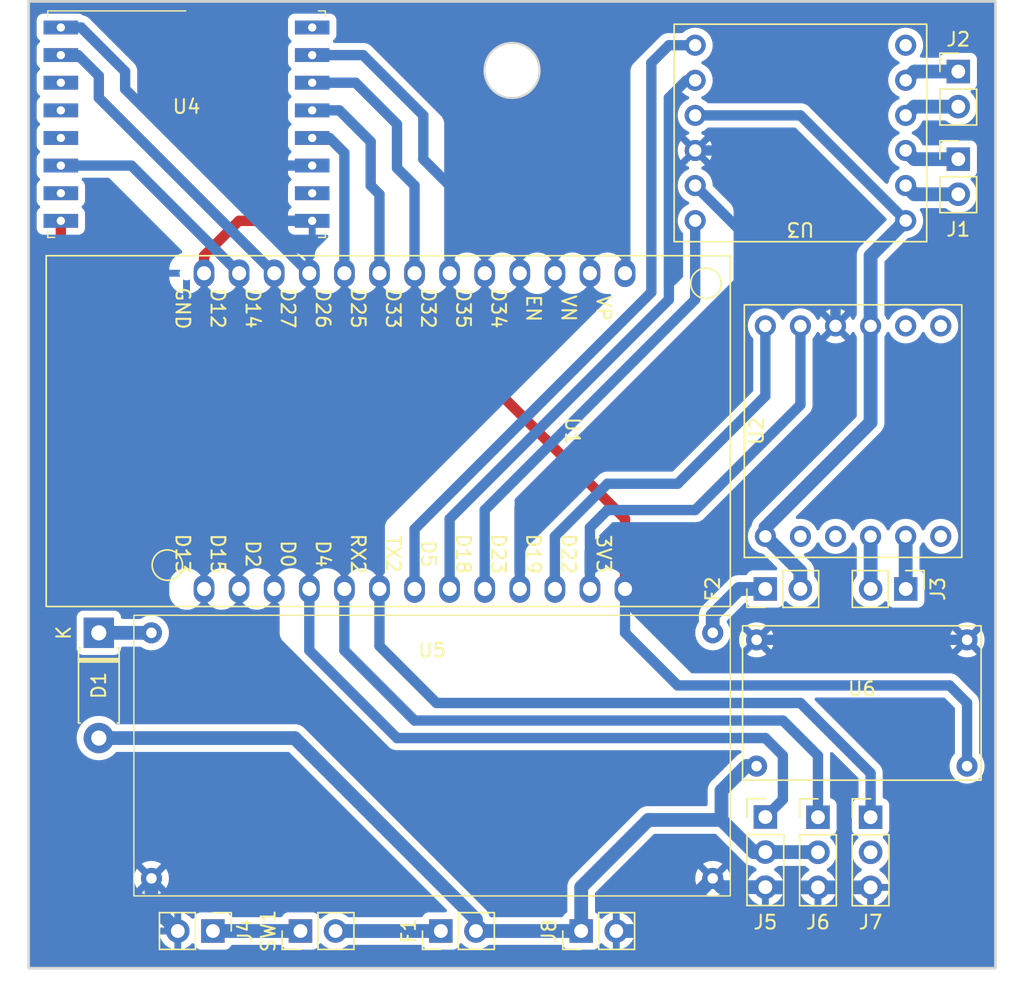
<source format=kicad_pcb>
(kicad_pcb (version 20221018) (generator pcbnew)
  (layers (0 "F.Cu" signal) (31 "B.Cu" signal) (34 "B.Paste" user) (35 "F.Paste" user) (36 "B.SilkS" user "B.Silkscreen") (37 "F.SilkS" user "F.Silkscreen") (38 "B.Mask" user) (39 "F.Mask" user) (44 "Edge.Cuts" user))
  (net 0 "")
  (net 1 "Net-(J1-Pin_1)")
  (net 2 "Net-(J1-Pin_2)")
  (net 3 "Net-(J2-Pin_1)")
  (net 4 "Net-(J2-Pin_2)")
  (net 5 "Net-(J3-Pin_1)")
  (net 6 "Net-(J3-Pin_2)")
  (net 7 "/SERVO 1")
  (net 8 "/+BATT SW")
  (net 9 "GND")
  (net 10 "/SERVO 2")
  (net 11 "/ESC")
  (net 12 "+BATT")
  (net 13 "+3V3")
  (net 14 "/M B1")
  (net 15 "/M B2")
  (net 16 "/M C1")
  (net 17 "/M C2")
  (net 18 "/NSS")
  (net 19 "/SCK")
  (net 20 "/MISO")
  (net 21 "/MOSI")
  (net 22 "/AUX")
  (net 23 "/INTER")
  (net 24 "/RESET")
  (net 25 "/M A1")
  (net 26 "/M A2")
  (net 28 "+12V")
  (net 30 "Net-(D1-K)")
  (net 31 "Net-(F1-Pad1)")
  (net 32 "Net-(U5-OUT)")
  (footprint "Connector_PinHeader_2.54mm:PinHeader_1x03_P2.54mm_Vertical" (layer "F.Cu") (at 181.61 136.525)
    (fp_text reference "J5" (at 0 7.62) (layer "F.SilkS"))
    (fp_text value "Servo")
    (fp_line (start -1.33 -1.33) (end 0 -1.33) (stroke (width 0.12)) (layer "F.SilkS"))
    (fp_line (start -1.33 0) (end -1.33 -1.33) (stroke (width 0.12)) (layer "F.SilkS"))
    (fp_line (start -1.33 1.27) (end -1.33 6.41) (stroke (width 0.12)) (layer "F.SilkS"))
    (fp_line (start -1.33 1.27) (end 1.33 1.27) (stroke (width 0.12)) (layer "F.SilkS"))
    (fp_line (start -1.33 6.41) (end 1.33 6.41) (stroke (width 0.12)) (layer "F.SilkS"))
    (fp_line (start 1.33 1.27) (end 1.33 6.41) (stroke (width 0.12)) (layer "F.SilkS"))
    (pad "1" thru_hole rect (at 0 0) (size 1.7 1.7) (drill 1) (layers "*.Cu" "*.Mask") (net 7 "/SERVO 1"))
    (pad "2" thru_hole oval (at 0 2.54) (size 1.7 1.7) (drill 1) (layers "*.Cu" "*.Mask") (net 8 "/+BATT SW"))
    (pad "3" thru_hole oval (at 0 5.08) (size 1.7 1.7) (drill 1) (layers "*.Cu" "*.Mask") (net 9 "GND"))
  )
  (footprint "Connector_PinHeader_2.54mm:PinHeader_1x02_P2.54mm_Vertical" (layer "F.Cu") (at 181.605 120.015 90)
    (fp_text reference "F2" (at 0 -3.805 90) (layer "F.SilkS"))
    (fp_text value "Fuse 15A")
    (fp_line (start -1.33 -1.33) (end 0 -1.33) (stroke (width 0.12)) (layer "F.SilkS"))
    (fp_line (start -1.33 0) (end -1.33 -1.33) (stroke (width 0.12)) (layer "F.SilkS"))
    (fp_line (start -1.33 1.27) (end -1.33 3.87) (stroke (width 0.12)) (layer "F.SilkS"))
    (fp_line (start -1.33 1.27) (end 1.33 1.27) (stroke (width 0.12)) (layer "F.SilkS"))
    (fp_line (start -1.33 3.87) (end 1.33 3.87) (stroke (width 0.12)) (layer "F.SilkS"))
    (fp_line (start 1.33 1.27) (end 1.33 3.87) (stroke (width 0.12)) (layer "F.SilkS"))
    (pad "1" thru_hole rect (at 0 0 90) (size 1.7 1.7) (drill 1) (layers "*.Cu" "*.Mask") (net 32 "Net-(U5-OUT)"))
    (pad "2" thru_hole oval (at 0 2.54 90) (size 1.7 1.7) (drill 1) (layers "*.Cu" "*.Mask") (net 28 "+12V"))
  )
  (footprint "Connector_PinHeader_2.54mm:PinHeader_1x03_P2.54mm_Vertical" (layer "F.Cu") (at 185.42 136.54)
    (fp_text reference "J6" (at 0 7.605) (layer "F.SilkS"))
    (fp_text value "Servo")
    (fp_line (start -1.33 -1.33) (end 0 -1.33) (stroke (width 0.12)) (layer "F.SilkS"))
    (fp_line (start -1.33 0) (end -1.33 -1.33) (stroke (width 0.12)) (layer "F.SilkS"))
    (fp_line (start -1.33 1.27) (end -1.33 6.41) (stroke (width 0.12)) (layer "F.SilkS"))
    (fp_line (start -1.33 1.27) (end 1.33 1.27) (stroke (width 0.12)) (layer "F.SilkS"))
    (fp_line (start -1.33 6.41) (end 1.33 6.41) (stroke (width 0.12)) (layer "F.SilkS"))
    (fp_line (start 1.33 1.27) (end 1.33 6.41) (stroke (width 0.12)) (layer "F.SilkS"))
    (pad "1" thru_hole rect (at 0 0) (size 1.7 1.7) (drill 1) (layers "*.Cu" "*.Mask") (net 10 "/SERVO 2"))
    (pad "2" thru_hole oval (at 0 2.54) (size 1.7 1.7) (drill 1) (layers "*.Cu" "*.Mask") (net 8 "/+BATT SW"))
    (pad "3" thru_hole oval (at 0 5.08) (size 1.7 1.7) (drill 1) (layers "*.Cu" "*.Mask") (net 9 "GND"))
  )
  (footprint "Diode_THT:D_DO-41_SOD81_P7.62mm_Horizontal" (layer "F.Cu") (at 133.35 123.19 -90)
    (fp_text reference "D1" (at 3.81 0 -90) (layer "F.SilkS"))
    (fp_text value "1N4007")
    (fp_text user "K" (at 0 2.54 -90) (layer "F.SilkS"))
    (fp_line (start 1.09 -1.47) (end 6.53 -1.47) (stroke (width 0.12)) (layer "F.SilkS"))
    (fp_line (start 1.09 -1.34) (end 1.09 -1.47) (stroke (width 0.12)) (layer "F.SilkS"))
    (fp_line (start 1.09 1.34) (end 1.09 1.47) (stroke (width 0.12)) (layer "F.SilkS"))
    (fp_line (start 1.09 1.47) (end 6.53 1.47) (stroke (width 0.12)) (layer "F.SilkS"))
    (fp_line (start 1.87 -1.47) (end 1.87 1.47) (stroke (width 0.12)) (layer "F.SilkS"))
    (fp_line (start 1.99 -1.47) (end 1.99 1.47) (stroke (width 0.12)) (layer "F.SilkS"))
    (fp_line (start 2.11 -1.47) (end 2.11 1.47) (stroke (width 0.12)) (layer "F.SilkS"))
    (fp_line (start 6.53 -1.47) (end 6.53 -1.34) (stroke (width 0.12)) (layer "F.SilkS"))
    (fp_line (start 6.53 1.47) (end 6.53 1.34) (stroke (width 0.12)) (layer "F.SilkS"))
    (pad "1" thru_hole rect (at 0 0 270) (size 2.2 2.2) (drill 1.1) (layers "*.Cu" "*.Mask") (net 30 "Net-(D1-K)"))
    (pad "2" thru_hole oval (at 7.62 0 270) (size 2.2 2.2) (drill 1.1) (layers "*.Cu" "*.Mask") (net 8 "/+BATT SW"))
  )
  (footprint "Connector_PinHeader_2.54mm:PinHeader_1x02_P2.54mm_Vertical" (layer "F.Cu") (at 147.95 144.78 90)
    (fp_text reference "SW1" (at 0 -2.33 90) (layer "F.SilkS"))
    (fp_text value "MAIN_CUTOFF")
    (fp_line (start -1.33 -1.33) (end 0 -1.33) (stroke (width 0.12)) (layer "F.SilkS"))
    (fp_line (start -1.33 0) (end -1.33 -1.33) (stroke (width 0.12)) (layer "F.SilkS"))
    (fp_line (start -1.33 1.27) (end -1.33 3.87) (stroke (width 0.12)) (layer "F.SilkS"))
    (fp_line (start -1.33 1.27) (end 1.33 1.27) (stroke (width 0.12)) (layer "F.SilkS"))
    (fp_line (start -1.33 3.87) (end 1.33 3.87) (stroke (width 0.12)) (layer "F.SilkS"))
    (fp_line (start 1.33 1.27) (end 1.33 3.87) (stroke (width 0.12)) (layer "F.SilkS"))
    (pad "1" thru_hole rect (at 0 0 90) (size 1.7 1.7) (drill 1) (layers "*.Cu" "*.Mask") (net 12 "+BATT"))
    (pad "2" thru_hole oval (at 0 2.54 90) (size 1.7 1.7) (drill 1) (layers "*.Cu" "*.Mask") (net 31 "Net-(F1-Pad1)"))
  )
  (footprint "Connector_PinHeader_2.54mm:PinHeader_1x02_P2.54mm_Vertical" (layer "F.Cu") (at 191.775 120.015 -90)
    (fp_text reference "J3" (at 0 -2.33 90) (layer "F.SilkS"))
    (fp_text value "Motor_C")
    (fp_line (start -1.33 -1.33) (end 0 -1.33) (stroke (width 0.12)) (layer "F.SilkS"))
    (fp_line (start -1.33 0) (end -1.33 -1.33) (stroke (width 0.12)) (layer "F.SilkS"))
    (fp_line (start -1.33 1.27) (end -1.33 3.87) (stroke (width 0.12)) (layer "F.SilkS"))
    (fp_line (start -1.33 1.27) (end 1.33 1.27) (stroke (width 0.12)) (layer "F.SilkS"))
    (fp_line (start -1.33 3.87) (end 1.33 3.87) (stroke (width 0.12)) (layer "F.SilkS"))
    (fp_line (start 1.33 1.27) (end 1.33 3.87) (stroke (width 0.12)) (layer "F.SilkS"))
    (pad "1" thru_hole rect (at 0 0 270) (size 1.7 1.7) (drill 1) (layers "*.Cu" "*.Mask") (net 5 "Net-(J3-Pin_1)"))
    (pad "2" thru_hole oval (at 0 2.54 270) (size 1.7 1.7) (drill 1) (layers "*.Cu" "*.Mask") (net 6 "Net-(J3-Pin_2)"))
  )
  (footprint "My_Library:XL60019 Boost Module" (layer "F.Cu") (at 157.48 132.08)
    (fp_text reference "U5" (at 0 -7.62 unlocked) (layer "F.SilkS"))
    (fp_text value "XL60019_Boost_Module")
    (fp_rect (start -21.59 -10.16) (end 21.59 10.16) (stroke (width 0.1)) (fill none) (layer "F.SilkS"))
    (pad "1" thru_hole circle (at -20.32 8.89) (size 1.524 1.524) (drill 0.762) (layers "*.Cu" "*.Mask") (net 9 "GND"))
    (pad "2" thru_hole circle (at -20.32 -8.89) (size 1.524 1.524) (drill 0.762) (layers "*.Cu" "*.Mask") (net 30 "Net-(D1-K)"))
    (pad "3" thru_hole circle (at 20.32 8.89) (size 1.524 1.524) (drill 0.762) (layers "*.Cu" "*.Mask") (net 9 "GND"))
    (pad "4" thru_hole circle (at 20.32 -8.89) (size 1.524 1.524) (drill 0.762) (layers "*.Cu" "*.Mask") (net 32 "Net-(U5-OUT)"))
  )
  (footprint "My_Library:HOPERF_RFM69HW" (layer "F.Cu") (at 139.7 86.36)
    (fp_text reference "U4" (at 0 -1.27) (layer "F.SilkS"))
    (fp_text value "RFM69HW")
    (fp_line (start -10.05 -8.2) (end -10.05 -7.8) (stroke (width 0.1)) (layer "F.SilkS"))
    (fp_line (start -10.05 -8.2) (end -0.05 -8.2) (stroke (width 0.1)) (layer "F.SilkS"))
    (fp_line (start -10.05 7.8) (end -10.05 8.2) (stroke (width 0.1)) (layer "F.SilkS"))
    (fp_line (start -10.05 8.2) (end -9.55 8.2) (stroke (width 0.1)) (layer "F.SilkS"))
    (fp_line (start 9.55 -8.2) (end 10.05 -8.2) (stroke (width 0.1)) (layer "F.SilkS"))
    (fp_line (start 9.55 8.2) (end 10.05 8.2) (stroke (width 0.1)) (layer "F.SilkS"))
    (fp_line (start 10.05 -8.2) (end 10.05 -7.8) (stroke (width 0.1)) (layer "F.SilkS"))
    (fp_line (start 10.05 7.8) (end 10.05 8.2) (stroke (width 0.1)) (layer "F.SilkS"))
    (pad "1" thru_hole rect (at -9.1 -7) (size 2.5 1) (drill 0.6) (layers "*.Cu" "*.Mask") (net 24 "/RESET"))
    (pad "2" thru_hole rect (at -9.1 -5) (size 2.5 1) (drill 0.6) (layers "*.Cu" "*.Mask") (net 23 "/INTER"))
    (pad "3" thru_hole rect (at -9.1 -3) (size 2.5 1) (drill 0.6) (layers "*.Cu" "*.Mask"))
    (pad "4" thru_hole rect (at -9.1 -1) (size 2.5 1) (drill 0.6) (layers "*.Cu" "*.Mask"))
    (pad "5" thru_hole rect (at -9.1 1) (size 2.5 1) (drill 0.6) (layers "*.Cu" "*.Mask"))
    (pad "6" thru_hole rect (at -9.1 3) (size 2.5 1) (drill 0.6) (layers "*.Cu" "*.Mask") (net 22 "/AUX"))
    (pad "7" thru_hole rect (at -9.1 5) (size 2.5 1) (drill 0.6) (layers "*.Cu" "*.Mask"))
    (pad "8" thru_hole rect (at -9.1 7) (size 2.5 1) (drill 0.6) (layers "*.Cu" "*.Mask") (net 13 "+3V3"))
    (pad "9" thru_hole rect (at 9.1 7) (size 2.5 1) (drill 0.6) (layers "*.Cu" "*.Mask") (net 9 "GND"))
    (pad "10" thru_hole rect (at 9.1 5) (size 2.5 1) (drill 0.6) (layers "*.Cu" "*.Mask"))
    (pad "11" thru_hole rect (at 9.1 3) (size 2.5 1) (drill 0.6) (layers "*.Cu" "*.Mask") (net 9 "GND"))
    (pad "12" thru_hole rect (at 9.1 1) (size 2.5 1) (drill 0.6) (layers "*.Cu" "*.Mask") (net 19 "/SCK"))
    (pad "13" thru_hole rect (at 9.1 -1) (size 2.5 1) (drill 0.6) (layers "*.Cu" "*.Mask") (net 20 "/MISO"))
    (pad "14" thru_hole rect (at 9.1 -3) (size 2.5 1) (drill 0.6) (layers "*.Cu" "*.Mask") (net 21 "/MOSI"))
    (pad "15" thru_hole rect (at 9.1 -5) (size 2.5 1) (drill 0.6) (layers "*.Cu" "*.Mask") (net 18 "/NSS"))
    (pad "16" thru_hole rect (at 9.1 -7) (size 2.5 1) (drill 0.6) (layers "*.Cu" "*.Mask"))
  )
  (footprint "Connector_PinHeader_2.54mm:PinHeader_1x02_P2.54mm_Vertical" (layer "F.Cu") (at 195.58 82.55)
    (fp_text reference "J2" (at 0 -2.33) (layer "F.SilkS"))
    (fp_text value "Motor_B")
    (fp_line (start -1.33 -1.33) (end 0 -1.33) (stroke (width 0.12)) (layer "F.SilkS"))
    (fp_line (start -1.33 0) (end -1.33 -1.33) (stroke (width 0.12)) (layer "F.SilkS"))
    (fp_line (start -1.33 1.27) (end -1.33 3.87) (stroke (width 0.12)) (layer "F.SilkS"))
    (fp_line (start -1.33 1.27) (end 1.33 1.27) (stroke (width 0.12)) (layer "F.SilkS"))
    (fp_line (start -1.33 3.87) (end 1.33 3.87) (stroke (width 0.12)) (layer "F.SilkS"))
    (fp_line (start 1.33 1.27) (end 1.33 3.87) (stroke (width 0.12)) (layer "F.SilkS"))
    (pad "1" thru_hole rect (at 0 0) (size 1.7 1.7) (drill 1) (layers "*.Cu" "*.Mask") (net 3 "Net-(J2-Pin_1)"))
    (pad "2" thru_hole oval (at 0 2.54) (size 1.7 1.7) (drill 1) (layers "*.Cu" "*.Mask") (net 4 "Net-(J2-Pin_2)"))
  )
  (footprint "Connector_PinHeader_2.54mm:PinHeader_1x02_P2.54mm_Vertical" (layer "F.Cu") (at 195.58 88.895)
    (fp_text reference "J1" (at 0 5.085) (layer "F.SilkS"))
    (fp_text value "Motor_A")
    (fp_line (start -1.33 -1.33) (end 0 -1.33) (stroke (width 0.12)) (layer "F.SilkS"))
    (fp_line (start -1.33 0) (end -1.33 -1.33) (stroke (width 0.12)) (layer "F.SilkS"))
    (fp_line (start -1.33 1.27) (end -1.33 3.87) (stroke (width 0.12)) (layer "F.SilkS"))
    (fp_line (start -1.33 1.27) (end 1.33 1.27) (stroke (width 0.12)) (layer "F.SilkS"))
    (fp_line (start -1.33 3.87) (end 1.33 3.87) (stroke (width 0.12)) (layer "F.SilkS"))
    (fp_line (start 1.33 1.27) (end 1.33 3.87) (stroke (width 0.12)) (layer "F.SilkS"))
    (pad "1" thru_hole rect (at 0 0) (size 1.7 1.7) (drill 1) (layers "*.Cu" "*.Mask") (net 1 "Net-(J1-Pin_1)"))
    (pad "2" thru_hole oval (at 0 2.54) (size 1.7 1.7) (drill 1) (layers "*.Cu" "*.Mask") (net 2 "Net-(J1-Pin_2)"))
  )
  (footprint "My_Library:HW-627" (layer "F.Cu") (at 186.69 108.585 90)
    (fp_text reference "U2" (at 0 -5.715 90 unlocked) (layer "F.SilkS"))
    (fp_text value "~")
    (fp_rect (start -9.144 -6.604) (end 9.144 9.144) (stroke (width 0.12)) (fill none) (layer "F.SilkS"))
    (pad "1" thru_hole circle (at -7.62 -5.08 90) (size 1.524 1.524) (drill 0.9) (layers "*.Cu" "*.Mask") (net 28 "+12V"))
    (pad "2" thru_hole circle (at -7.62 -2.54 90) (size 1.524 1.524) (drill 0.9) (layers "*.Cu" "*.Mask"))
    (pad "3" thru_hole circle (at -7.62 0 90) (size 1.524 1.524) (drill 0.9) (layers "*.Cu" "*.Mask"))
    (pad "4" thru_hole circle (at -7.62 2.54 90) (size 1.524 1.524) (drill 0.9) (layers "*.Cu" "*.Mask") (net 6 "Net-(J3-Pin_2)"))
    (pad "5" thru_hole circle (at -7.62 5.08 90) (size 1.524 1.524) (drill 0.9) (layers "*.Cu" "*.Mask") (net 5 "Net-(J3-Pin_1)"))
    (pad "6" thru_hole circle (at -7.62 7.62 90) (size 1.524 1.524) (drill 0.9) (layers "*.Cu" "*.Mask"))
    (pad "7" thru_hole circle (at 7.62 7.62 90) (size 1.524 1.524) (drill 0.9) (layers "*.Cu" "*.Mask"))
    (pad "8" thru_hole circle (at 7.62 5.08 90) (size 1.524 1.524) (drill 0.9) (layers "*.Cu" "*.Mask"))
    (pad "9" thru_hole circle (at 7.62 2.54 90) (size 1.524 1.524) (drill 0.9) (layers "*.Cu" "*.Mask") (net 28 "+12V"))
    (pad "10" thru_hole circle (at 7.62 0 90) (size 1.524 1.524) (drill 0.9) (layers "*.Cu" "*.Mask") (net 9 "GND"))
    (pad "11" thru_hole circle (at 7.62 -2.54 90) (size 1.524 1.524) (drill 0.9) (layers "*.Cu" "*.Mask") (net 16 "/M C1"))
    (pad "12" thru_hole circle (at 7.62 -5.08 90) (size 1.524 1.524) (drill 0.9) (layers "*.Cu" "*.Mask") (net 17 "/M C2"))
  )
  (footprint "Connector_PinHeader_2.54mm:PinHeader_1x03_P2.54mm_Vertical" (layer "F.Cu") (at 189.23 136.54)
    (fp_text reference "J7" (at 0 7.605) (layer "F.SilkS"))
    (fp_text value "ESC")
    (fp_line (start -1.33 -1.33) (end 0 -1.33) (stroke (width 0.12)) (layer "F.SilkS"))
    (fp_line (start -1.33 0) (end -1.33 -1.33) (stroke (width 0.12)) (layer "F.SilkS"))
    (fp_line (start -1.33 1.27) (end -1.33 6.41) (stroke (width 0.12)) (layer "F.SilkS"))
    (fp_line (start -1.33 1.27) (end 1.33 1.27) (stroke (width 0.12)) (layer "F.SilkS"))
    (fp_line (start -1.33 6.41) (end 1.33 6.41) (stroke (width 0.12)) (layer "F.SilkS"))
    (fp_line (start 1.33 1.27) (end 1.33 6.41) (stroke (width 0.12)) (layer "F.SilkS"))
    (pad "1" thru_hole rect (at 0 0) (size 1.7 1.7) (drill 1) (layers "*.Cu" "*.Mask") (net 11 "/ESC"))
    (pad "2" thru_hole oval (at 0 2.54) (size 1.7 1.7) (drill 1) (layers "*.Cu" "*.Mask"))
    (pad "3" thru_hole oval (at 0 5.08) (size 1.7 1.7) (drill 1) (layers "*.Cu" "*.Mask") (net 9 "GND"))
  )
  (footprint "My_Library:HW-627" (layer "F.Cu") (at 184.15 88.265 180)
    (fp_text reference "U3" (at 0 -5.715 180 unlocked) (layer "F.SilkS"))
    (fp_text value "~")
    (fp_rect (start -9.144 -6.604) (end 9.144 9.144) (stroke (width 0.12)) (fill none) (layer "F.SilkS"))
    (pad "1" thru_hole circle (at -7.62 -5.08 180) (size 1.524 1.524) (drill 0.9) (layers "*.Cu" "*.Mask") (net 28 "+12V"))
    (pad "2" thru_hole circle (at -7.62 -2.54 180) (size 1.524 1.524) (drill 0.9) (layers "*.Cu" "*.Mask") (net 2 "Net-(J1-Pin_2)"))
    (pad "3" thru_hole circle (at -7.62 0 180) (size 1.524 1.524) (drill 0.9) (layers "*.Cu" "*.Mask") (net 1 "Net-(J1-Pin_1)"))
    (pad "4" thru_hole circle (at -7.62 2.54 180) (size 1.524 1.524) (drill 0.9) (layers "*.Cu" "*.Mask") (net 4 "Net-(J2-Pin_2)"))
    (pad "5" thru_hole circle (at -7.62 5.08 180) (size 1.524 1.524) (drill 0.9) (layers "*.Cu" "*.Mask") (net 3 "Net-(J2-Pin_1)"))
    (pad "6" thru_hole circle (at -7.62 7.62 180) (size 1.524 1.524) (drill 0.9) (layers "*.Cu" "*.Mask"))
    (pad "7" thru_hole circle (at 7.62 7.62 180) (size 1.524 1.524) (drill 0.9) (layers "*.Cu" "*.Mask") (net 25 "/M A1"))
    (pad "8" thru_hole circle (at 7.62 5.08 180) (size 1.524 1.524) (drill 0.9) (layers "*.Cu" "*.Mask") (net 26 "/M A2"))
    (pad "9" thru_hole circle (at 7.62 2.54 180) (size 1.524 1.524) (drill 0.9) (layers "*.Cu" "*.Mask") (net 28 "+12V"))
    (pad "10" thru_hole circle (at 7.62 0 180) (size 1.524 1.524) (drill 0.9) (layers "*.Cu" "*.Mask") (net 9 "GND"))
    (pad "11" thru_hole circle (at 7.62 -2.54 180) (size 1.524 1.524) (drill 0.9) (layers "*.Cu" "*.Mask") (net 14 "/M B1"))
    (pad "12" thru_hole circle (at 7.62 -5.08 180) (size 1.524 1.524) (drill 0.9) (layers "*.Cu" "*.Mask") (net 15 "/M B2"))
  )
  (footprint "Connector_PinHeader_2.54mm:PinHeader_1x02_P2.54mm_Vertical" (layer "F.Cu") (at 168.275 144.78 90)
    (fp_text reference "J8" (at 0 -2.33 90) (layer "F.SilkS"))
    (fp_text value "ESC_PWR")
    (fp_line (start -1.33 -1.33) (end 0 -1.33) (stroke (width 0.12)) (layer "F.SilkS"))
    (fp_line (start -1.33 0) (end -1.33 -1.33) (stroke (width 0.12)) (layer "F.SilkS"))
    (fp_line (start -1.33 1.27) (end -1.33 3.87) (stroke (width 0.12)) (layer "F.SilkS"))
    (fp_line (start -1.33 1.27) (end 1.33 1.27) (stroke (width 0.12)) (layer "F.SilkS"))
    (fp_line (start -1.33 3.87) (end 1.33 3.87) (stroke (width 0.12)) (layer "F.SilkS"))
    (fp_line (start 1.33 1.27) (end 1.33 3.87) (stroke (width 0.12)) (layer "F.SilkS"))
    (pad "1" thru_hole rect (at 0 0 90) (size 1.7 1.7) (drill 1) (layers "*.Cu" "*.Mask") (net 8 "/+BATT SW"))
    (pad "2" thru_hole oval (at 0 2.54 90) (size 1.7 1.7) (drill 1) (layers "*.Cu" "*.Mask") (net 9 "GND"))
  )
  (footprint "Connector_PinHeader_2.54mm:PinHeader_1x02_P2.54mm_Vertical" (layer "F.Cu") (at 158.115 144.78 90)
    (fp_text reference "F1" (at 0 -2.33 90) (layer "F.SilkS"))
    (fp_text value "Fuse 15A")
    (fp_line (start -1.33 -1.33) (end 0 -1.33) (stroke (width 0.12)) (layer "F.SilkS"))
    (fp_line (start -1.33 0) (end -1.33 -1.33) (stroke (width 0.12)) (layer "F.SilkS"))
    (fp_line (start -1.33 1.27) (end -1.33 3.87) (stroke (width 0.12)) (layer "F.SilkS"))
    (fp_line (start -1.33 1.27) (end 1.33 1.27) (stroke (width 0.12)) (layer "F.SilkS"))
    (fp_line (start -1.33 3.87) (end 1.33 3.87) (stroke (width 0.12)) (layer "F.SilkS"))
    (fp_line (start 1.33 1.27) (end 1.33 3.87) (stroke (width 0.12)) (layer "F.SilkS"))
    (pad "1" thru_hole rect (at 0 0 90) (size 1.7 1.7) (drill 1) (layers "*.Cu" "*.Mask") (net 31 "Net-(F1-Pad1)"))
    (pad "2" thru_hole oval (at 0 2.54 90) (size 1.7 1.7) (drill 1) (layers "*.Cu" "*.Mask") (net 8 "/+BATT SW"))
  )
  (footprint "Espressif:ESP32-LOLIN32-Lite" (layer "F.Cu") (at 154.94 108.585 -90)
    (fp_text reference "U1" (at 0 -12.7 -90 unlocked) (layer "F.SilkS"))
    (fp_text value "ESP32-LOLIN32-Lite")
    (fp_text user "GND" (at -8.89 15.515 -90 unlocked) (layer "F.SilkS"))
    (fp_text user "D23" (at 8.89 -7.345 -90 unlocked) (layer "F.SilkS"))
    (fp_text user "D18" (at 8.89 -4.805 -90 unlocked) (layer "F.SilkS"))
    (fp_text user "D0" (at 8.89 7.895 -90 unlocked) (layer "F.SilkS"))
    (fp_text user "VN" (at -8.89 -12.425 -90 unlocked) (layer "F.SilkS"))
    (fp_text user "D12" (at -8.89 12.975 -90 unlocked) (layer "F.SilkS"))
    (fp_text user "D15" (at 8.89 12.975 -90 unlocked) (layer "F.SilkS"))
    (fp_text user "D34" (at -8.89 -7.345 -90 unlocked) (layer "F.SilkS"))
    (fp_text user "D26" (at -8.89 5.355 -90 unlocked) (layer "F.SilkS"))
    (fp_text user "D32" (at -8.89 -2.265 -90 unlocked) (layer "F.SilkS"))
    (fp_text user "D14" (at -8.89 10.435 -90 unlocked) (layer "F.SilkS"))
    (fp_text user "VP" (at -8.89 -14.965 -90 unlocked) (layer "F.SilkS"))
    (fp_text user "D2" (at 8.89 10.435 -90 unlocked) (layer "F.SilkS"))
    (fp_text user "3V3" (at 8.89 -14.965 -90 unlocked) (layer "F.SilkS"))
    (fp_text user "D4" (at 8.89 5.355 -90 unlocked) (layer "F.SilkS"))
    (fp_text user "TX2" (at 8.89 0.275 -90 unlocked) (layer "F.SilkS"))
    (fp_text user "D25" (at -8.89 2.815 -90 unlocked) (layer "F.SilkS"))
    (fp_text user "D27" (at -8.89 7.895 -90 unlocked) (layer "F.SilkS"))
    (fp_text user "D35" (at -8.89 -4.805 -90 unlocked) (layer "F.SilkS"))
    (fp_text user "D33" (at -8.89 0.275 -90 unlocked) (layer "F.SilkS"))
    (fp_text user "EN" (at -8.89 -9.885 -90 unlocked) (layer "F.SilkS"))
    (fp_text user "D19" (at 8.89 -9.885 -90 unlocked) (layer "F.SilkS"))
    (fp_text user "D22" (at 8.89 -12.425 -90 unlocked) (layer "F.SilkS"))
    (fp_text user "D13" (at 8.89 15.515 -90 unlocked) (layer "F.SilkS"))
    (fp_text user "RX2" (at 8.89 2.815 -90 unlocked) (layer "F.SilkS"))
    (fp_text user "D5" (at 8.89 -2.265 -90 unlocked) (layer "F.SilkS"))
    (fp_rect (start -12.7 25.4) (end 12.7 -24.13) (stroke (width 0.12)) (fill none) (layer "F.SilkS"))
    (fp_circle (center -10.7 -22.37) (end -10.7 -23.47) (stroke (width 0.12)) (fill none) (layer "F.SilkS"))
    (fp_circle (center 9.7 16.63) (end 9.7 15.53) (stroke (width 0.12)) (fill none) (layer "F.SilkS"))
    (pad "5" thru_hole oval (at -11.43 -16.51 270) (size 2 1.5) (drill 1.02) (layers "*.Cu" "*.Mask"))
    (pad "8" thru_hole oval (at -11.43 -13.97 270) (size 2 1.5) (drill 1.02) (layers "*.Cu" "*.Mask"))
    (pad "9" thru_hole oval (at -11.43 -11.43 270) (size 2 1.5) (drill 1.02) (layers "*.Cu" "*.Mask"))
    (pad "10" thru_hole oval (at -11.43 -8.89 270) (size 2 1.5) (drill 1.02) (layers "*.Cu" "*.Mask"))
    (pad "11" thru_hole oval (at -11.43 -6.35 270) (size 2 1.5) (drill 1.02) (layers "*.Cu" "*.Mask"))
    (pad "12" thru_hole oval (at -11.43 -3.81 270) (size 2 1.5) (drill 1.02) (layers "*.Cu" "*.Mask") (net 18 "/NSS"))
    (pad "13" thru_hole oval (at -11.43 -1.27 270) (size 2 1.5) (drill 1.02) (layers "*.Cu" "*.Mask") (net 21 "/MOSI"))
    (pad "14" thru_hole oval (at -11.43 1.27 270) (size 2 1.5) (drill 1.02) (layers "*.Cu" "*.Mask") (net 20 "/MISO"))
    (pad "15" thru_hole oval (at -11.43 3.81 270) (size 2 1.5) (drill 1.02) (layers "*.Cu" "*.Mask") (net 19 "/SCK"))
    (pad "16" thru_hole oval (at -11.43 6.35 270) (size 2 1.5) (drill 1.02) (layers "*.Cu" "*.Mask") (net 24 "/RESET"))
    (pad "17" thru_hole oval (at -11.43 8.89 270) (size 2 1.5) (drill 1.02) (layers "*.Cu" "*.Mask") (net 23 "/INTER"))
    (pad "18" thru_hole oval (at -11.43 11.43 270) (size 2 1.5) (drill 1.02) (layers "*.Cu" "*.Mask") (net 22 "/AUX"))
    (pad "19" thru_hole oval (at -11.43 13.97 270) (size 2 1.5) (drill 1.02) (layers "*.Cu" "*.Mask") (net 9 "GND"))
    (pad "20" thru_hole oval (at 11.43 13.97 270) (size 2 1.5) (drill 1.02) (layers "*.Cu" "*.Mask"))
    (pad "21" thru_hole oval (at 11.43 11.43 270) (size 2 1.5) (drill 1.02) (layers "*.Cu" "*.Mask"))
    (pad "22" thru_hole oval (at 11.43 8.89 270) (size 2 1.5) (drill 1.02) (layers "*.Cu" "*.Mask"))
    (pad "23" thru_hole oval (at 11.43 6.35 270) (size 2 1.5) (drill 1.02) (layers "*.Cu" "*.Mask") (net 7 "/SERVO 1"))
    (pad "24" thru_hole oval (at 11.43 3.81 270) (size 2 1.5) (drill 1.02) (layers "*.Cu" "*.Mask") (net 10 "/SERVO 2"))
    (pad "25" thru_hole oval (at 11.43 1.27 270) (size 2 1.5) (drill 1.02) (layers "*.Cu" "*.Mask") (net 11 "/ESC"))
    (pad "27" thru_hole oval (at 11.43 -1.27 270) (size 2 1.5) (drill 1.02) (layers "*.Cu" "*.Mask") (net 25 "/M A1"))
    (pad "34" thru_hole oval (at 11.43 -3.81 270) (size 2 1.5) (drill 1.02) (layers "*.Cu" "*.Mask") (net 26 "/M A2"))
    (pad "35" thru_hole oval (at 11.43 -6.35 270) (size 2 1.5) (drill 1.02) (layers "*.Cu" "*.Mask") (net 15 "/M B2"))
    (pad "36" thru_hole oval (at 11.43 -8.89 270) (size 2 1.5) (drill 1.02) (layers "*.Cu" "*.Mask") (net 14 "/M B1"))
    (pad "38" thru_hole oval (at 11.43 -11.43 270) (size 2 1.5) (drill 1.02) (layers "*.Cu" "*.Mask") (net 17 "/M C2"))
    (pad "39" thru_hole oval (at 11.43 -13.97 270) (size 2 1.5) (drill 1.02) (layers "*.Cu" "*.Mask") (net 16 "/M C1"))
    (pad "40" thru_hole oval (at 11.43 -16.51 270) (size 2 1.5) (drill 1.02) (layers "*.Cu" "*.Mask") (net 13 "+3V3"))
  )
  (footprint "Connector_PinHeader_2.54mm:PinHeader_1x02_P2.54mm_Vertical" (layer "F.Cu") (at 141.61 144.78 -90)
    (fp_text reference "J4" (at 0 -2.33 -270) (layer "F.SilkS"))
    (fp_text value "BATT_IN")
    (fp_line (start -1.33 -1.33) (end 0 -1.33) (stroke (width 0.12)) (layer "F.SilkS"))
    (fp_line (start -1.33 0) (end -1.33 -1.33) (stroke (width 0.12)) (layer "F.SilkS"))
    (fp_line (start -1.33 1.27) (end -1.33 3.87) (stroke (width 0.12)) (layer "F.SilkS"))
    (fp_line (start -1.33 1.27) (end 1.33 1.27) (stroke (width 0.12)) (layer "F.SilkS"))
    (fp_line (start -1.33 3.87) (end 1.33 3.87) (stroke (width 0.12)) (layer "F.SilkS"))
    (fp_line (start 1.33 1.27) (end 1.33 3.87) (stroke (width 0.12)) (layer "F.SilkS"))
    (pad "1" thru_hole rect (at 0 0 270) (size 1.7 1.7) (drill 1) (layers "*.Cu" "*.Mask") (net 12 "+BATT"))
    (pad "2" thru_hole oval (at 0 2.54 270) (size 1.7 1.7) (drill 1) (layers "*.Cu" "*.Mask") (net 9 "GND"))
  )
  (footprint "My_Library:Mini360" (layer "F.Cu") (at 188.595 128.27)
    (fp_text reference "U6" (at 0 -1.008 unlocked) (layer "F.SilkS"))
    (fp_text value "Mini360")
    (fp_rect (start 8.636 -5.588) (end -8.636 5.588) (stroke (width 0.12)) (fill none) (layer "F.SilkS"))
    (pad "1" thru_hole circle (at -7.62 -4.572) (size 1.524 1.524) (drill 0.762) (layers "*.Cu" "*.Mask") (net 9 "GND"))
    (pad "2" thru_hole circle (at -7.62 4.572) (size 1.524 1.524) (drill 0.762) (layers "*.Cu" "*.Mask") (net 8 "/+BATT SW"))
    (pad "3" thru_hole circle (at 7.62 -4.572) (size 1.524 1.524) (drill 0.762) (layers "*.Cu" "*.Mask") (net 9 "GND"))
    (pad "4" thru_hole circle (at 7.62 4.572) (size 1.524 1.524) (drill 0.762) (layers "*.Cu" "*.Mask") (net 13 "+3V3"))
  )
  (gr_rect (start 128.27 77.47) (end 198.27 147.47) (stroke (width 0.2)) (fill none) (layer "Edge.Cuts"))
  (gr_circle (center 163.27 82.47) (end 165.27 82.47) (stroke (width 0.15)) (fill none) (layer "Edge.Cuts"))
  (segment (start 192.4 88.895) (end 191.77 88.265) (width 1) (layer "B.Cu") (net 1))
  (segment (start 195.58 88.895) (end 192.4 88.895) (width 1) (layer "B.Cu") (net 1))
  (segment (start 192.4 91.435) (end 191.77 90.805) (width 1) (layer "B.Cu") (net 2))
  (segment (start 195.58 91.435) (end 192.4 91.435) (width 1) (layer "B.Cu") (net 2))
  (segment (start 192.405 82.55) (end 191.77 83.185) (width 1) (layer "B.Cu") (net 3))
  (segment (start 195.58 82.55) (end 192.405 82.55) (width 1) (layer "B.Cu") (net 3))
  (segment (start 192.405 85.09) (end 191.77 85.725) (width 1) (layer "B.Cu") (net 4))
  (segment (start 195.58 85.09) (end 192.405 85.09) (width 1) (layer "B.Cu") (net 4))
  (segment (start 191.77 120.01) (end 191.775 120.015) (width 1) (layer "B.Cu") (net 5))
  (segment (start 191.77 116.205) (end 191.77 120.01) (width 1) (layer "B.Cu") (net 5))
  (segment (start 189.23 120.01) (end 189.235 120.015) (width 1) (layer "B.Cu") (net 6))
  (segment (start 189.23 116.205) (end 189.23 120.01) (width 1) (layer "B.Cu") (net 6))
  (segment (start 148.59 124.46) (end 148.59 120.015) (width 0.75) (layer "B.Cu") (net 7))
  (segment (start 181.61 136.525) (end 182.88 135.255) (width 0.75) (layer "B.Cu") (net 7))
  (segment (start 181.61 130.81) (end 154.94 130.81) (width 0.75) (layer "B.Cu") (net 7))
  (segment (start 154.94 130.81) (end 148.59 124.46) (width 0.75) (layer "B.Cu") (net 7))
  (segment (start 182.88 135.255) (end 182.88 132.08) (width 0.75) (layer "B.Cu") (net 7))
  (segment (start 182.88 132.08) (end 181.61 130.81) (width 0.75) (layer "B.Cu") (net 7))
  (segment (start 160.655 144.78) (end 168.275 144.78) (width 1) (layer "B.Cu") (net 8))
  (segment (start 178.435 136.74) (end 173.14 136.74) (width 1) (layer "B.Cu") (net 8))
  (segment (start 147.530344 130.81) (end 160.655 143.934656) (width 1) (layer "B.Cu") (net 8))
  (segment (start 173.14 136.74) (end 168.275 141.605) (width 1) (layer "B.Cu") (net 8))
  (segment (start 178.435 134.62) (end 178.435 136.74) (width 1) (layer "B.Cu") (net 8))
  (segment (start 160.655 143.934656) (end 160.655 144.78) (width 1) (layer "B.Cu") (net 8))
  (segment (start 180.76 139.065) (end 181.61 139.065) (width 1) (layer "B.Cu") (net 8))
  (segment (start 133.35 130.81) (end 147.530344 130.81) (width 1) (layer "B.Cu") (net 8))
  (segment (start 180.213 132.842) (end 178.435 134.62) (width 1) (layer "B.Cu") (net 8))
  (segment (start 185.405 139.065) (end 185.42 139.08) (width 1) (layer "B.Cu") (net 8))
  (segment (start 180.975 132.842) (end 180.213 132.842) (width 1) (layer "B.Cu") (net 8))
  (segment (start 178.435 136.74) (end 180.76 139.065) (width 1) (layer "B.Cu") (net 8))
  (segment (start 181.61 139.065) (end 185.405 139.065) (width 1) (layer "B.Cu") (net 8))
  (segment (start 168.275 141.605) (end 168.275 144.78) (width 1) (layer "B.Cu") (net 8))
  (segment (start 143.495 93.36) (end 140.97 95.885) (width 0.75) (layer "F.Cu") (net 9))
  (segment (start 140.97 95.885) (end 140.97 97.155) (width 0.75) (layer "F.Cu") (net 9))
  (segment (start 148.8 93.36) (end 143.495 93.36) (width 0.75) (layer "F.Cu") (net 9))
  (segment (start 137.16 140.97) (end 137.16 142.87) (width 1) (layer "B.Cu") (net 9))
  (segment (start 148.8 93.36) (end 146.7 93.36) (width 0.75) (layer "B.Cu") (net 9))
  (segment (start 181.61 141.605) (end 178.435 141.605) (width 1) (layer "B.Cu") (net 9))
  (segment (start 185.42 141.62) (end 181.625 141.62) (width 1) (layer "B.Cu") (net 9))
  (segment (start 186.69 90.805) (end 184.15 88.265) (width 0.75) (layer "B.Cu") (net 9))
  (segment (start 189.23 141.62) (end 185.42 141.62) (width 1) (layer "B.Cu") (net 9))
  (segment (start 181.625 141.62) (end 181.61 141.605) (width 1) (layer "B.Cu") (net 9))
  (segment (start 170.815 144.78) (end 173.99 144.78) (width 1) (layer "B.Cu") (net 9))
  (segment (start 184.15 88.265) (end 176.53 88.265) (width 0.75) (layer "B.Cu") (net 9))
  (segment (start 145.415 90.805) (end 146.86 89.36) (width 0.75) (layer "B.Cu") (net 9))
  (segment (start 146.7 93.36) (end 145.415 92.075) (width 0.75) (layer "B.Cu") (net 9))
  (segment (start 146.86 89.36) (end 148.8 89.36) (width 0.75) (layer "B.Cu") (net 9))
  (segment (start 145.415 92.075) (end 145.415 90.805) (width 0.75) (layer "B.Cu") (net 9))
  (segment (start 178.435 141.605) (end 177.8 140.97) (width 1) (layer "B.Cu") (net 9))
  (segment (start 173.99 144.78) (end 177.8 140.97) (width 1) (layer "B.Cu") (net 9))
  (segment (start 137.16 142.87) (end 139.07 144.78) (width 1) (layer "B.Cu") (net 9))
  (segment (start 186.69 100.965) (end 186.69 90.805) (width 0.75) (layer "B.Cu") (net 9))
  (segment (start 196.215 123.698) (end 180.975 123.698) (width 0.75) (layer "B.Cu") (net 9))
  (segment (start 185.42 132.08) (end 182.88 129.54) (width 0.75) (layer "B.Cu") (net 10))
  (segment (start 182.88 129.54) (end 156.21 129.54) (width 0.75) (layer "B.Cu") (net 10))
  (segment (start 185.42 136.54) (end 185.42 132.08) (width 0.75) (layer "B.Cu") (net 10))
  (segment (start 156.21 129.54) (end 151.13 124.46) (width 0.75) (layer "B.Cu") (net 10))
  (segment (start 151.13 124.46) (end 151.13 120.015) (width 0.75) (layer "B.Cu") (net 10))
  (segment (start 157.7975 128.27) (end 153.67 124.1425) (width 0.75) (layer "B.Cu") (net 11))
  (segment (start 153.67 124.1425) (end 153.67 120.015) (width 0.75) (layer "B.Cu") (net 11))
  (segment (start 184.15 128.27) (end 157.7975 128.27) (width 0.75) (layer "B.Cu") (net 11))
  (segment (start 189.23 133.35) (end 184.15 128.27) (width 0.75) (layer "B.Cu") (net 11))
  (segment (start 189.23 136.54) (end 189.23 133.35) (width 0.75) (layer "B.Cu") (net 11))
  (segment (start 141.61 144.78) (end 147.95 144.78) (width 1) (layer "B.Cu") (net 12))
  (segment (start 171.45 114.935) (end 158.75 102.235) (width 0.75) (layer "F.Cu") (net 13))
  (segment (start 133.985 102.235) (end 130.6 98.85) (width 0.75) (layer "F.Cu") (net 13))
  (segment (start 158.75 102.235) (end 133.985 102.235) (width 0.75) (layer "F.Cu") (net 13))
  (segment (start 130.6 98.85) (end 130.6 93.36) (width 0.75) (layer "F.Cu") (net 13))
  (segment (start 171.45 120.015) (end 171.45 114.935) (width 0.75) (layer "F.Cu") (net 13))
  (segment (start 196.215 132.842) (end 196.215 128.27) (width 0.75) (layer "B.Cu") (net 13))
  (segment (start 194.945 127) (end 175.26 127) (width 0.75) (layer "B.Cu") (net 13))
  (segment (start 196.215 128.27) (end 194.945 127) (width 0.75) (layer "B.Cu") (net 13))
  (segment (start 175.26 127) (end 171.45 123.19) (width 0.75) (layer "B.Cu") (net 13))
  (segment (start 171.45 123.19) (end 171.45 120.015) (width 0.75) (layer "B.Cu") (net 13))
  (segment (start 163.83 113.665) (end 179.705 97.79) (width 0.75) (layer "B.Cu") (net 14))
  (segment (start 163.83 120.015) (end 163.83 113.665) (width 0.75) (layer "B.Cu") (net 14))
  (segment (start 179.705 93.98) (end 176.53 90.805) (width 0.75) (layer "B.Cu") (net 14))
  (segment (start 179.705 97.79) (end 179.705 93.98) (width 0.75) (layer "B.Cu") (net 14))
  (segment (start 176.53 99.06) (end 176.53 93.345) (width 0.75) (layer "B.Cu") (net 15))
  (segment (start 161.29 114.3) (end 176.53 99.06) (width 0.75) (layer "B.Cu") (net 15))
  (segment (start 161.29 120.015) (end 161.29 114.3) (width 0.75) (layer "B.Cu") (net 15))
  (segment (start 176.53 114.3) (end 170.18 114.3) (width 0.75) (layer "B.Cu") (net 16))
  (segment (start 170.18 114.3) (end 168.91 115.57) (width 0.75) (layer "B.Cu") (net 16))
  (segment (start 184.15 106.68) (end 176.53 114.3) (width 0.75) (layer "B.Cu") (net 16))
  (segment (start 184.15 100.965) (end 184.15 106.68) (width 0.75) (layer "B.Cu") (net 16))
  (segment (start 168.91 115.57) (end 168.91 120.015) (width 0.75) (layer "B.Cu") (net 16))
  (segment (start 166.37 116.205) (end 170.18 112.395) (width 0.75) (layer "B.Cu") (net 17))
  (segment (start 175.26 112.395) (end 181.61 106.045) (width 0.75) (layer "B.Cu") (net 17))
  (segment (start 166.37 120.015) (end 166.37 116.205) (width 0.75) (layer "B.Cu") (net 17))
  (segment (start 181.61 106.045) (end 181.61 100.965) (width 0.75) (layer "B.Cu") (net 17))
  (segment (start 170.18 112.395) (end 175.26 112.395) (width 0.75) (layer "B.Cu") (net 17))
  (segment (start 156.845 85.725) (end 156.845 88.9) (width 0.75) (layer "B.Cu") (net 18))
  (segment (start 152.48 81.36) (end 156.845 85.725) (width 0.75) (layer "B.Cu") (net 18))
  (segment (start 158.75 90.805) (end 158.75 97.155) (width 0.75) (layer "B.Cu") (net 18))
  (segment (start 148.8 81.36) (end 152.48 81.36) (width 0.75) (layer "B.Cu") (net 18))
  (segment (start 156.845 88.9) (end 158.75 90.805) (width 0.75) (layer "B.Cu") (net 18))
  (segment (start 150.05 87.36) (end 148.8 87.36) (width 0.75) (layer "B.Cu") (net 19))
  (segment (start 151.13 88.44) (end 150.05 87.36) (width 0.75) (layer "B.Cu") (net 19))
  (segment (start 151.13 97.155) (end 151.13 88.44) (width 0.75) (layer "B.Cu") (net 19))
  (segment (start 153.035 87.63) (end 153.035 90.805) (width 0.75) (layer "B.Cu") (net 20))
  (segment (start 153.035 90.805) (end 153.67 91.44) (width 0.75) (layer "B.Cu") (net 20))
  (segment (start 148.8 85.36) (end 150.765 85.36) (width 0.75) (layer "B.Cu") (net 20))
  (segment (start 153.67 91.44) (end 153.67 97.155) (width 0.75) (layer "B.Cu") (net 20))
  (segment (start 150.765 85.36) (end 153.035 87.63) (width 0.75) (layer "B.Cu") (net 20))
  (segment (start 154.94 89.535) (end 156.21 90.805) (width 0.75) (layer "B.Cu") (net 21))
  (segment (start 151.94 83.36) (end 154.94 86.36) (width 0.75) (layer "B.Cu") (net 21))
  (segment (start 156.21 90.805) (end 156.21 97.155) (width 0.75) (layer "B.Cu") (net 21))
  (segment (start 148.8 83.36) (end 151.94 83.36) (width 0.75) (layer "B.Cu") (net 21))
  (segment (start 154.94 86.36) (end 154.94 89.535) (width 0.75) (layer "B.Cu") (net 21))
  (segment (start 130.6 89.36) (end 135.715 89.36) (width 0.75) (layer "B.Cu") (net 22))
  (segment (start 135.715 89.36) (end 143.51 97.155) (width 0.75) (layer "B.Cu") (net 22))
  (segment (start 130.6 81.36) (end 131.85 81.36) (width 0.75) (layer "B.Cu") (net 23))
  (segment (start 133.35 84.455) (end 146.05 97.155) (width 0.75) (layer "B.Cu") (net 23))
  (segment (start 133.35 82.86) (end 133.35 84.455) (width 0.75) (layer "B.Cu") (net 23))
  (segment (start 131.85 81.36) (end 133.35 82.86) (width 0.75) (layer "B.Cu") (net 23))
  (segment (start 130.6 79.36) (end 132.065 79.36) (width 0.75) (layer "B.Cu") (net 24))
  (segment (start 132.065 79.36) (end 135.255 82.55) (width 0.75) (layer "B.Cu") (net 24))
  (segment (start 135.255 82.55) (end 135.255 83.82) (width 0.75) (layer "B.Cu") (net 24))
  (segment (start 135.255 83.82) (end 148.59 97.155) (width 0.75) (layer "B.Cu") (net 24))
  (segment (start 173.355 98.534193) (end 173.355 81.915) (width 0.75) (layer "B.Cu") (net 25))
  (segment (start 173.355 81.915) (end 174.625 80.645) (width 0.75) (layer "B.Cu") (net 25))
  (segment (start 174.625 80.645) (end 176.53 80.645) (width 0.75) (layer "B.Cu") (net 25))
  (segment (start 156.21 120.015) (end 156.21 115.679193) (width 0.75) (layer "B.Cu") (net 25))
  (segment (start 156.21 115.679193) (end 173.355 98.534193) (width 0.75) (layer "B.Cu") (net 25))
  (segment (start 174.625 84.455) (end 175.895 83.185) (width 0.75) (layer "B.Cu") (net 26))
  (segment (start 158.75 120.015) (end 158.75 114.935) (width 0.75) (layer "B.Cu") (net 26))
  (segment (start 174.625 99.06) (end 174.625 84.455) (width 0.75) (layer "B.Cu") (net 26))
  (segment (start 175.895 83.185) (end 176.53 83.185) (width 0.75) (layer "B.Cu") (net 26))
  (segment (start 158.75 114.935) (end 174.625 99.06) (width 0.75) (layer "B.Cu") (net 26))
  (segment (start 184.145 118.74) (end 181.61 116.205) (width 1) (layer "B.Cu") (net 28))
  (segment (start 181.61 115.57) (end 189.23 107.95) (width 1) (layer "B.Cu") (net 28))
  (segment (start 189.23 95.885) (end 191.77 93.345) (width 1) (layer "B.Cu") (net 28))
  (segment (start 189.23 100.965) (end 189.23 95.885) (width 1) (layer "B.Cu") (net 28))
  (segment (start 184.15 85.725) (end 191.77 93.345) (width 0.75) (layer "B.Cu") (net 28))
  (segment (start 181.61 116.205) (end 181.61 115.57) (width 1) (layer "B.Cu") (net 28))
  (segment (start 176.53 85.725) (end 184.15 85.725) (width 0.75) (layer "B.Cu") (net 28))
  (segment (start 189.23 107.95) (end 189.23 100.965) (width 1) (layer "B.Cu") (net 28))
  (segment (start 184.145 120.015) (end 184.145 118.74) (width 1) (layer "B.Cu") (net 28))
  (segment (start 137.16 123.19) (end 133.35 123.19) (width 1) (layer "B.Cu") (net 30))
  (segment (start 150.49 144.78) (end 158.115 144.78) (width 1) (layer "B.Cu") (net 31))
  (segment (start 179.705 120.015) (end 181.605 120.015) (width 1) (layer "B.Cu") (net 32))
  (segment (start 177.8 121.92) (end 179.705 120.015) (width 1) (layer "B.Cu") (net 32))
  (segment (start 177.8 123.19) (end 177.8 121.92) (width 1) (layer "B.Cu") (net 32))
  (zone (net 9) (net_name "GND") (layer "B.Cu") (connect_pads (clearance 0.5)) (min_thickness 0.25) (fill yes (thermal_gap 0.5) (thermal_bridge_width 0.5))
    (polygon (pts (xy 128.27 77.47) (xy 158.115 77.47) (xy 158.115 77.47) (xy 168.275 77.47) (xy 168.275 77.47) (xy 198.27 77.47) (xy 198.27 147.47) (xy 128.27 147.47)))
  )
)
</source>
